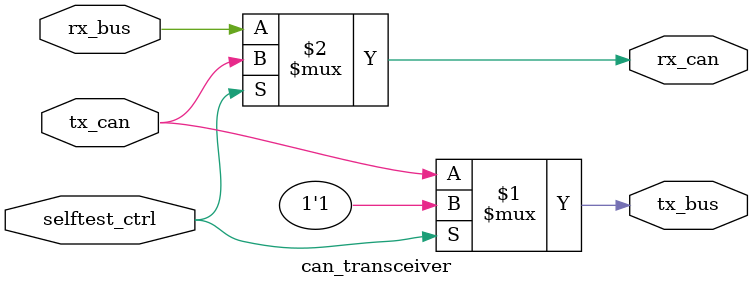
<source format=v>
module can_transceiver
(
	// CAN Controller section
	input  tx_can,
	input  selftest_ctrl,
	output rx_can,
	// BUS section
	output tx_bus,
	input rx_bus
);

assign tx_bus = selftest_ctrl ? 1'b1 : tx_can;
assign rx_can = selftest_ctrl ? tx_can : rx_bus;

endmodule

</source>
